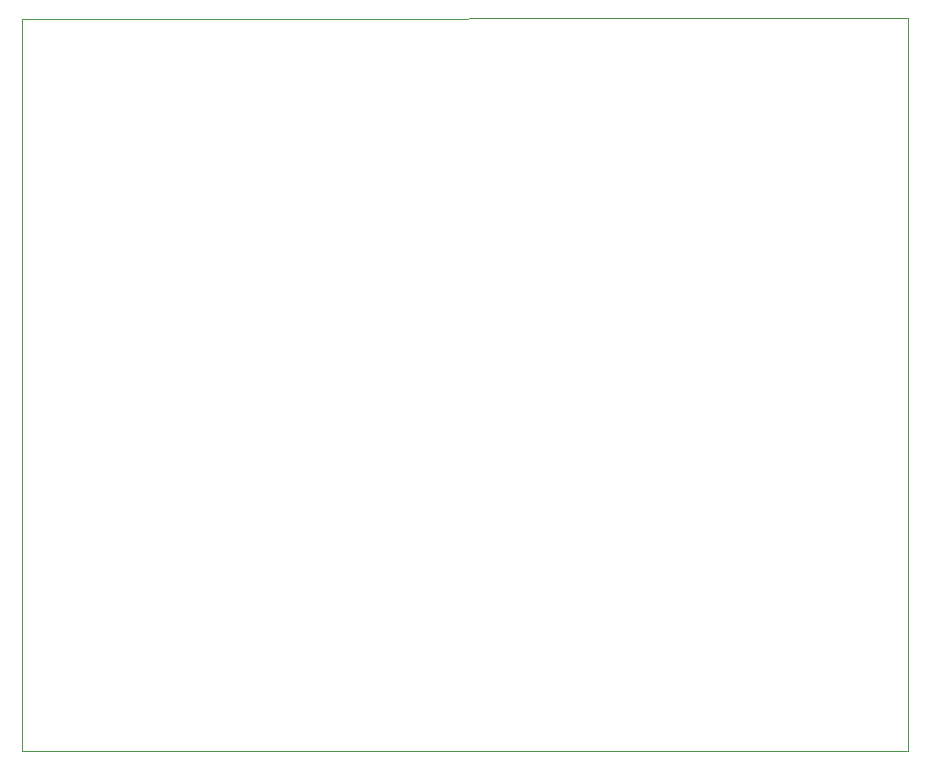
<source format=gbr>
%TF.GenerationSoftware,KiCad,Pcbnew,9.0.0*%
%TF.CreationDate,2025-03-03T22:54:26+00:00*%
%TF.ProjectId,controller,636f6e74-726f-46c6-9c65-722e6b696361,rev?*%
%TF.SameCoordinates,Original*%
%TF.FileFunction,Profile,NP*%
%FSLAX46Y46*%
G04 Gerber Fmt 4.6, Leading zero omitted, Abs format (unit mm)*
G04 Created by KiCad (PCBNEW 9.0.0) date 2025-03-03 22:54:26*
%MOMM*%
%LPD*%
G01*
G04 APERTURE LIST*
%TA.AperFunction,Profile*%
%ADD10C,0.038100*%
%TD*%
G04 APERTURE END LIST*
D10*
X181000000Y-115000000D02*
X181000000Y-52900000D01*
X106000000Y-53000000D02*
X106000000Y-115000000D01*
X106000000Y-115000000D02*
X181000000Y-115000000D01*
X106000000Y-53000000D02*
X181000000Y-52900000D01*
M02*

</source>
